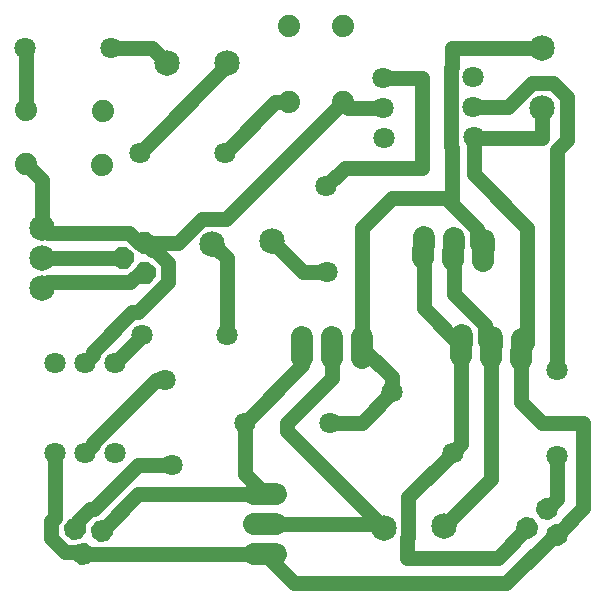
<source format=gbr>
G04 EAGLE Gerber RS-274X export*
G75*
%MOMM*%
%FSLAX34Y34*%
%LPD*%
%INBottom Copper*%
%IPPOS*%
%AMOC8*
5,1,8,0,0,1.08239X$1,22.5*%
G01*
G04 Define Apertures*
%ADD10C,2.160000*%
%ADD11C,1.800000*%
%ADD12C,1.828800*%
%ADD13P,1.9483X8X75.1*%
%ADD14P,1.9483X8X190.9*%
%ADD15P,1.9483X8X113.7*%
%ADD16C,1.879600*%
%ADD17C,1.270000*%
D10*
X457200Y469900D03*
X457200Y419100D03*
X177800Y303897D03*
X228539Y306379D03*
X139700Y457200D03*
X190500Y457200D03*
X33660Y317500D03*
X33660Y266700D03*
X33660Y292100D03*
X322870Y63500D03*
X373657Y64653D03*
D11*
X95360Y203200D03*
X69960Y203200D03*
X44560Y203200D03*
X44560Y127000D03*
X69960Y127000D03*
X95360Y127000D03*
X322345Y444159D03*
X322523Y418759D03*
X322700Y393360D03*
X398898Y393892D03*
X398721Y419291D03*
X398544Y444691D03*
D12*
X254000Y225044D02*
X254000Y206756D01*
X279400Y206756D02*
X279400Y225044D01*
X304800Y225044D02*
X304800Y206756D01*
X356352Y291353D02*
X357150Y309623D01*
X382526Y308515D02*
X381728Y290245D01*
X407104Y289137D02*
X407902Y307408D01*
X231504Y91948D02*
X213216Y91948D01*
X213216Y66548D02*
X231504Y66548D01*
X231504Y41148D02*
X213216Y41148D01*
X388076Y208419D02*
X389224Y226671D01*
X414574Y225076D02*
X413426Y206824D01*
X438776Y205229D02*
X439924Y223481D01*
D13*
X68486Y40821D03*
X61066Y62481D03*
X83914Y60999D03*
D14*
X469319Y57651D03*
X460709Y78866D03*
X444438Y62759D03*
D15*
X121026Y279403D03*
X101714Y291701D03*
X120494Y304797D03*
D11*
X205100Y152400D03*
X277500Y152400D03*
X381197Y126803D03*
X330003Y177997D03*
X137828Y188477D03*
X143382Y116290D03*
X469900Y124340D03*
X469900Y196740D03*
X190247Y226953D03*
X117847Y226953D03*
X274351Y352473D03*
X274478Y280073D03*
X19160Y469900D03*
X91560Y469900D03*
X116200Y381000D03*
X188600Y381000D03*
D16*
X19618Y371607D03*
X84634Y370586D03*
X20328Y416814D03*
X85344Y415793D03*
X242824Y423418D03*
X242824Y488442D03*
X288036Y423418D03*
X288036Y488442D03*
D17*
X408732Y221218D02*
X414000Y215950D01*
X408732Y221218D02*
X408732Y234751D01*
X382127Y261356D02*
X382127Y299380D01*
X382127Y261356D02*
X408732Y234751D01*
X414000Y104995D02*
X373657Y64653D01*
X414000Y104995D02*
X414000Y215950D01*
X279400Y215900D02*
X279400Y190500D01*
X241300Y152400D01*
X241300Y145070D01*
X322870Y63500D01*
X319822Y66548D02*
X222360Y66548D01*
X319822Y66548D02*
X322870Y63500D01*
X304405Y152400D02*
X277500Y152400D01*
X304405Y152400D02*
X330003Y177997D01*
X330003Y190697D02*
X304800Y215900D01*
X330003Y190697D02*
X330003Y177997D01*
X381000Y469900D02*
X457200Y469900D01*
X381000Y469900D02*
X381000Y453826D01*
X379583Y452410D01*
X381000Y384976D02*
X381000Y337443D01*
X379583Y386393D02*
X379583Y452410D01*
X379583Y386393D02*
X381000Y384976D01*
X381000Y337443D02*
X401902Y316541D01*
X401902Y303873D02*
X407503Y298272D01*
X401902Y303873D02*
X401902Y316541D01*
X304800Y317500D02*
X304800Y215900D01*
X304800Y317500D02*
X330200Y342900D01*
X375543Y342900D01*
X381000Y337443D01*
X44560Y127000D02*
X44560Y72018D01*
X66602Y42705D02*
X68486Y40821D01*
X66602Y42705D02*
X52875Y42705D01*
X41291Y54289D01*
X41291Y68749D02*
X44560Y72018D01*
X41291Y68749D02*
X41291Y54289D01*
X68486Y40821D02*
X222033Y40821D01*
X222360Y41148D01*
X457200Y393700D02*
X457200Y419100D01*
X457200Y393700D02*
X399090Y393700D01*
X398898Y393892D01*
X398898Y363102D01*
X444500Y317500D01*
X444500Y219506D01*
X439350Y214355D01*
X467749Y57651D02*
X469319Y57651D01*
X467749Y57651D02*
X426607Y16510D01*
X246998Y16510D01*
X222360Y41148D01*
X439350Y170250D02*
X439350Y214355D01*
X439350Y170250D02*
X457200Y152400D01*
X491490Y152400D01*
X491490Y79822D01*
X469319Y57651D01*
X469900Y88057D02*
X469900Y124340D01*
X469900Y88057D02*
X460709Y78866D01*
X143382Y116290D02*
X114876Y116290D01*
X64138Y65552D02*
X61066Y62481D01*
X64138Y65552D02*
X64138Y69190D01*
X74211Y79263D01*
X77849Y79263D01*
X114876Y116290D01*
X356751Y249444D02*
X356751Y300488D01*
X356751Y249444D02*
X388650Y217545D01*
X388650Y134255D01*
X381197Y126803D01*
X342900Y54490D02*
X342900Y38100D01*
X342900Y54490D02*
X343766Y55355D01*
X343766Y89371D02*
X381197Y126803D01*
X343766Y89371D02*
X343766Y55355D01*
X342900Y38100D02*
X419779Y38100D01*
X444438Y62759D01*
X117847Y225687D02*
X117847Y226953D01*
X117847Y225687D02*
X95360Y203200D01*
X274351Y352473D02*
X290178Y368300D01*
X355600Y368300D01*
X355600Y444500D01*
X322687Y444500D01*
X322345Y444159D01*
X177800Y303897D02*
X190247Y291450D01*
X190247Y226953D01*
X254845Y280073D02*
X228539Y306379D01*
X254845Y280073D02*
X274478Y280073D01*
X101315Y292100D02*
X33660Y292100D01*
X101315Y292100D02*
X101714Y291701D01*
X38354Y271394D02*
X33660Y266700D01*
X116379Y279403D02*
X121026Y279403D01*
X108370Y271394D02*
X38354Y271394D01*
X108370Y271394D02*
X116379Y279403D01*
X20328Y416814D02*
X20328Y468732D01*
X19160Y469900D01*
X188600Y381000D02*
X231018Y423418D01*
X242824Y423418D01*
X398721Y419291D02*
X428109Y419291D01*
X448623Y439806D01*
X469900Y383411D02*
X469900Y196740D01*
X465777Y439806D02*
X448623Y439806D01*
X465777Y439806D02*
X477906Y427677D01*
X477906Y391417D01*
X469900Y383411D01*
X127000Y469900D02*
X91560Y469900D01*
X127000Y469900D02*
X139700Y457200D01*
X190500Y457200D02*
X190500Y455300D01*
X116200Y381000D01*
X114863Y91948D02*
X83914Y60999D01*
X114863Y91948D02*
X222360Y91948D01*
X205100Y109208D01*
X205100Y152400D01*
X254000Y201300D01*
X254000Y215900D01*
X76454Y133494D02*
X69960Y127000D01*
X76454Y133494D02*
X76454Y134831D01*
X130100Y188477D01*
X137828Y188477D01*
X292695Y418759D02*
X288036Y423418D01*
X292695Y418759D02*
X322523Y418759D01*
X288036Y423418D02*
X189616Y324998D01*
X169060Y324998D01*
X148859Y304797D02*
X120494Y304797D01*
X148859Y304797D02*
X169060Y324998D01*
X120494Y304797D02*
X115373Y304797D01*
X38354Y312806D02*
X33660Y317500D01*
X107364Y312806D02*
X115373Y304797D01*
X107364Y312806D02*
X38354Y312806D01*
X33660Y357565D02*
X19618Y371607D01*
X33660Y357565D02*
X33660Y317500D01*
X76454Y209694D02*
X69960Y203200D01*
X126823Y298469D02*
X120494Y304797D01*
X126823Y298469D02*
X128923Y298469D01*
X140092Y287300D01*
X140092Y271505D01*
X114445Y245859D01*
X110016Y245859D01*
X76454Y212296D01*
X76454Y209694D01*
M02*

</source>
